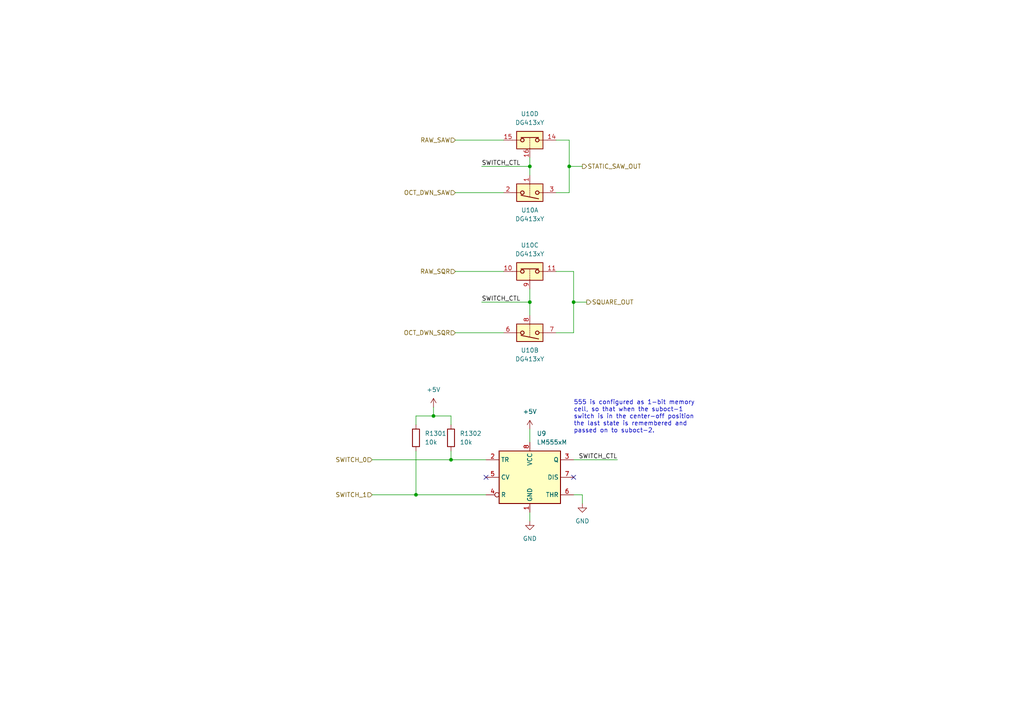
<source format=kicad_sch>
(kicad_sch (version 20211123) (generator eeschema)
  (paper "A4")
  (title_block (title "Josh Ox Ribon Synth Main VCO board") (date "2022-06-18") (rev "0") (comment 2 "creativecommons.org/licences/by/4.0") (comment 3 "license: CC by 4.0") (comment 4 "Author: Jordan Acete"))
  (lib_symbols
    (symbol "Analog_Switch:DG413xY" (pin_names (offset 0.254))
      (property "Reference" "U" (at -3.175 5.334 0))
      (property "Value" "DG413xY" (at -3.175 3.556 0))
      (symbol "DG413xY_1_1"
        (rectangle (start -3.81 2.54) (end 3.81 -2.54) (stroke (width 0.254)) (fill (type background)))
        (circle (center -2.159 0) (radius 0.508) (stroke (width 0.254)))
        (polyline (pts (xy -5.08 0) (xy -2.794 0)))
        (polyline (pts (xy -2.54 0.762) (xy 2.54 1.778)) (stroke (width 0.254)))
        (polyline (pts (xy 0 -2.54) (xy 0 -2.032)))
        (polyline (pts (xy 0 -1.778) (xy 0 -1.524)))
        (polyline (pts (xy 0 -1.27) (xy 0 -1.016)))
        (polyline (pts (xy 0 -0.762) (xy 0 -0.508)))
        (polyline (pts (xy 0 -0.254) (xy 0 0)))
        (polyline (pts (xy 0 0.254) (xy 0 0.508)))
        (polyline (pts (xy 0 0.762) (xy 0 1.016)))
        (polyline (pts (xy 5.08 0) (xy 2.794 0)))
        (circle (center 2.159 0) (radius 0.508) (stroke (width 0.254)))
        (pin input line (at 0 -5.08 90) (length 2.54) (name "~") (number "1"))
        (pin passive line (at -7.62 0 0) (length 2.54) (name "~") (number "2"))
        (pin passive line (at 7.62 0 180) (length 2.54) (name "~") (number "3"))
      )
      (symbol "DG413xY_2_1"
        (rectangle (start -3.81 2.54) (end 3.81 -2.54) (stroke (width 0.254)) (fill (type background)))
        (circle (center -2.159 0) (radius 0.508) (stroke (width 0.254)))
        (polyline (pts (xy -5.08 0) (xy -2.794 0)))
        (polyline (pts (xy -2.54 0.762) (xy 2.54 1.778)) (stroke (width 0.254)))
        (polyline (pts (xy 0 -2.54) (xy 0 -2.032)))
        (polyline (pts (xy 0 -1.778) (xy 0 -1.524)))
        (polyline (pts (xy 0 -1.27) (xy 0 -1.016)))
        (polyline (pts (xy 0 -0.762) (xy 0 -0.508)))
        (polyline (pts (xy 0 -0.254) (xy 0 0)))
        (polyline (pts (xy 0 0.254) (xy 0 0.508)))
        (polyline (pts (xy 0 0.762) (xy 0 1.016)))
        (polyline (pts (xy 5.08 0) (xy 2.794 0)))
        (circle (center 2.159 0) (radius 0.508) (stroke (width 0.254)))
        (pin passive line (at -7.62 0 0) (length 2.54) (name "~") (number "6"))
        (pin passive line (at 7.62 0 180) (length 2.54) (name "~") (number "7"))
        (pin input line (at 0 -5.08 90) (length 2.54) (name "~") (number "8"))
      )
      (symbol "DG413xY_3_1"
        (rectangle (start -3.81 2.54) (end 3.81 -2.54) (stroke (width 0.254)) (fill (type background)))
        (circle (center -2.159 0) (radius 0.508) (stroke (width 0.254)))
        (polyline (pts (xy -5.08 0) (xy -2.794 0)))
        (polyline (pts (xy -2.54 0.762) (xy 2.54 0.762)) (stroke (width 0.254)))
        (polyline (pts (xy 0 -2.54) (xy 0 -2.032)))
        (polyline (pts (xy 0 -1.778) (xy 0 -1.524)))
        (polyline (pts (xy 0 -1.27) (xy 0 -1.016)))
        (polyline (pts (xy 0 -0.762) (xy 0 -0.508)))
        (polyline (pts (xy 0 -0.254) (xy 0 0)))
        (polyline (pts (xy 0 0.254) (xy 0 0.508)))
        (polyline (pts (xy 5.08 0) (xy 2.794 0)))
        (circle (center 2.159 0) (radius 0.508) (stroke (width 0.254)))
        (pin passive line (at -7.62 0 0) (length 2.54) (name "~") (number "10"))
        (pin passive line (at 7.62 0 180) (length 2.54) (name "~") (number "11"))
        (pin input line (at 0 -5.08 90) (length 2.54) (name "~") (number "9"))
      )
      (symbol "DG413xY_4_1"
        (rectangle (start -3.81 2.54) (end 3.81 -2.54) (stroke (width 0.254)) (fill (type background)))
        (circle (center -2.159 0) (radius 0.508) (stroke (width 0.254)))
        (polyline (pts (xy -5.08 0) (xy -2.794 0)))
        (polyline (pts (xy -2.54 0.762) (xy 2.54 0.762)) (stroke (width 0.254)))
        (polyline (pts (xy 0 -2.54) (xy 0 -2.032)))
        (polyline (pts (xy 0 -1.778) (xy 0 -1.524)))
        (polyline (pts (xy 0 -1.27) (xy 0 -1.016)))
        (polyline (pts (xy 0 -0.762) (xy 0 -0.508)))
        (polyline (pts (xy 0 -0.254) (xy 0 0)))
        (polyline (pts (xy 0 0.254) (xy 0 0.508)))
        (polyline (pts (xy 5.08 0) (xy 2.794 0)))
        (circle (center 2.159 0) (radius 0.508) (stroke (width 0.254)))
        (pin passive line (at 7.62 0 180) (length 2.54) (name "~") (number "14"))
        (pin passive line (at -7.62 0 0) (length 2.54) (name "~") (number "15"))
        (pin input line (at 0 -5.08 90) (length 2.54) (name "~") (number "16"))
      )
      (symbol "DG413xY_5_0"
        (pin power_in line (at 2.54 12.7 270) (length 2.54) (name "VL") (number "12"))
        (pin power_in line (at 0 12.7 270) (length 2.54) (name "V+") (number "13"))
        (pin power_in line (at 2.54 -12.7 90) (length 2.54) (name "V-") (number "4"))
        (pin power_in line (at 0 -12.7 90) (length 2.54) (name "GND") (number "5"))
      )
      (symbol "DG413xY_5_1"
        (rectangle (start -3.81 10.16) (end 6.35 -10.16) (stroke (width 0.254)) (fill (type background)))
      )
    )
    (symbol "Device:R" (pin_numbers hide) (pin_names (offset 0))
      (property "Reference" "R" (at 2.032 0 90))
      (property "Value" "R" (at 0 0 90))
      (symbol "R_0_1"
        (rectangle (start -1.016 -2.54) (end 1.016 2.54) (stroke (width 0.254)))
      )
      (symbol "R_1_1"
        (pin passive line (at 0 3.81 270) (length 1.27) (name "~") (number "1"))
        (pin passive line (at 0 -3.81 90) (length 1.27) (name "~") (number "2"))
      )
    )
    (symbol "Timer:LM555xM"
      (property "Reference" "U" (at -10.16 8.89 0))
      (property "Value" "LM555xM" (at 2.54 8.89 0))
      (symbol "LM555xM_0_0"
        (pin power_in line (at 0 -10.16 90) (length 2.54) (name "GND") (number "1"))
        (pin power_in line (at 0 10.16 270) (length 2.54) (name "VCC") (number "8"))
      )
      (symbol "LM555xM_0_1"
        (rectangle (start -8.89 -7.62) (end 8.89 7.62) (stroke (width 0.254)) (fill (type background)))
        (rectangle (start -8.89 -7.62) (end 8.89 7.62) (stroke (width 0.254)) (fill (type background)))
      )
      (symbol "LM555xM_1_1"
        (pin input line (at -12.7 5.08 0) (length 3.81) (name "TR") (number "2"))
        (pin output line (at 12.7 5.08 180) (length 3.81) (name "Q") (number "3"))
        (pin input inverted (at -12.7 -5.08 0) (length 3.81) (name "R") (number "4"))
        (pin input line (at -12.7 0 0) (length 3.81) (name "CV") (number "5"))
        (pin input line (at 12.7 -5.08 180) (length 3.81) (name "THR") (number "6"))
        (pin input line (at 12.7 0 180) (length 3.81) (name "DIS") (number "7"))
      )
    )
    (symbol "power:+5V" (power) (pin_names (offset 0))
      (property "Value" "+5V" (at 0 3.556 0))
      (symbol "+5V_0_1"
        (polyline (pts (xy -0.762 1.27) (xy 0 2.54)))
        (polyline (pts (xy 0 0) (xy 0 2.54)))
        (polyline (pts (xy 0 2.54) (xy 0.762 1.27)))
      )
      (symbol "+5V_1_1"
        (pin power_in line (at 0 0 90) (length 0) hide (name "+5V") (number "1"))
      )
    )
    (symbol "power:GND" (power) (pin_names (offset 0))
      (property "Value" "GND" (at 0 -3.81 0))
      (symbol "GND_0_1"
        (polyline (pts (xy 0 0) (xy 0 -1.27) (xy 1.27 -1.27) (xy 0 -2.54) (xy -1.27 -1.27) (xy 0 -1.27)))
      )
      (symbol "GND_1_1"
        (pin power_in line (at 0 0 270) (length 0) hide (name "GND") (number "1"))
      )
    )
  )
  (junction (at 125.73 120.65))
  (junction (at 166.37 87.63))
  (junction (at 130.81 133.35))
  (junction (at 153.67 48.26))
  (junction (at 165.1 48.26))
  (junction (at 120.65 143.51))
  (junction (at 153.67 87.63))
  (no_connect (at 166.37 138.43))
  (no_connect (at 140.97 138.43))
  (wire (pts (xy 139.7 87.63) (xy 153.67 87.63)))
  (wire (pts (xy 166.37 96.52) (xy 166.37 87.63)))
  (wire (pts (xy 140.97 143.51) (xy 120.65 143.51)))
  (wire (pts (xy 168.91 48.26) (xy 165.1 48.26)))
  (wire (pts (xy 132.08 40.64) (xy 146.05 40.64)))
  (wire (pts (xy 153.67 124.46) (xy 153.67 128.27)))
  (wire (pts (xy 140.97 133.35) (xy 130.81 133.35)))
  (wire (pts (xy 130.81 120.65) (xy 125.73 120.65)))
  (wire (pts (xy 161.29 55.88) (xy 165.1 55.88)))
  (wire (pts (xy 132.08 78.74) (xy 146.05 78.74)))
  (wire (pts (xy 130.81 133.35) (xy 130.81 130.81)))
  (wire (pts (xy 107.95 143.51) (xy 120.65 143.51)))
  (wire (pts (xy 168.91 143.51) (xy 168.91 146.05)))
  (wire (pts (xy 153.67 83.82) (xy 153.67 87.63)))
  (wire (pts (xy 153.67 45.72) (xy 153.67 48.26)))
  (wire (pts (xy 165.1 40.64) (xy 161.29 40.64)))
  (wire (pts (xy 132.08 55.88) (xy 146.05 55.88)))
  (wire (pts (xy 139.7 48.26) (xy 153.67 48.26)))
  (wire (pts (xy 130.81 123.19) (xy 130.81 120.65)))
  (wire (pts (xy 153.67 48.26) (xy 153.67 50.8)))
  (wire (pts (xy 107.95 133.35) (xy 130.81 133.35)))
  (wire (pts (xy 165.1 48.26) (xy 165.1 40.64)))
  (wire (pts (xy 165.1 55.88) (xy 165.1 48.26)))
  (wire (pts (xy 166.37 87.63) (xy 166.37 78.74)))
  (wire (pts (xy 125.73 118.11) (xy 125.73 120.65)))
  (wire (pts (xy 120.65 120.65) (xy 120.65 123.19)))
  (wire (pts (xy 153.67 87.63) (xy 153.67 91.44)))
  (wire (pts (xy 166.37 87.63) (xy 170.18 87.63)))
  (wire (pts (xy 166.37 133.35) (xy 179.07 133.35)))
  (wire (pts (xy 125.73 120.65) (xy 120.65 120.65)))
  (wire (pts (xy 120.65 143.51) (xy 120.65 130.81)))
  (wire (pts (xy 153.67 148.59) (xy 153.67 151.13)))
  (wire (pts (xy 166.37 143.51) (xy 168.91 143.51)))
  (wire (pts (xy 166.37 78.74) (xy 161.29 78.74)))
  (wire (pts (xy 161.29 96.52) (xy 166.37 96.52)))
  (wire (pts (xy 146.05 96.52) (xy 132.08 96.52)))
  (text "555 is configured as 1-bit memory \ncell, so that when the suboct-1 \nswitch is in the center-off position\nthe last state is remembered and \npassed on to suboct-2." (at 166.37 125.73 0) (effects (font (size 1.27 1.27)) (justify left bottom)))
  (label "SWITCH_CTL" (at 139.7 87.63 0))
  (label "SWITCH_CTL" (at 139.7 48.26 0))
  (label "SWITCH_CTL" (at 179.07 133.35 180))
  (hierarchical_label "OCT_DWN_SQR" (shape input) (at 132.08 96.52 180))
  (hierarchical_label "STATIC_SAW_OUT" (shape output) (at 168.91 48.26 0))
  (hierarchical_label "SWITCH_1" (shape input) (at 107.95 143.51 180))
  (hierarchical_label "SWITCH_0" (shape input) (at 107.95 133.35 180))
  (hierarchical_label "RAW_SQR" (shape input) (at 132.08 78.74 180))
  (hierarchical_label "OCT_DWN_SAW" (shape input) (at 132.08 55.88 180))
  (hierarchical_label "RAW_SAW" (shape input) (at 132.08 40.64 180))
  (hierarchical_label "SQUARE_OUT" (shape output) (at 170.18 87.63 0))
  (symbol (lib_id "power:+5V") (at 153.67 124.46 0) (unit 1)
    (property "Reference" "#PWR01302" (effects hide))
    (property "Value" "+5V" (at 153.67 119.38 0))
  )
  (symbol (lib_id "Analog_Switch:DG413xY") (at 153.67 96.52 0) (mirror x) (unit 2)
    (property "Reference" "U10" (at 153.67 101.6 0))
    (property "Value" "DG413xY" (at 153.67 104.14 0))
    (property "Footprint" "Package_SO:SOIC-16_3.9x9.9mm_P1.27mm" (effects hide))
    (property "Datasheet" "https://datasheets.maximintegrated.com/en/ds/DG411-DG413.pdf" (effects hide))
  )
  (symbol (lib_id "Analog_Switch:DG413xY") (at 153.67 40.64 0) (unit 4)
    (property "Reference" "U10" (at 153.67 33.02 0))
    (property "Value" "DG413xY" (at 153.67 35.56 0))
    (property "Footprint" "Package_SO:SOIC-16_3.9x9.9mm_P1.27mm" (effects hide))
    (property "Datasheet" "https://datasheets.maximintegrated.com/en/ds/DG411-DG413.pdf" (effects hide))
  )
  (symbol (lib_id "Analog_Switch:DG413xY") (at 153.67 55.88 0) (mirror x) (unit 1)
    (property "Reference" "U10" (at 153.67 60.96 0))
    (property "Value" "DG413xY" (at 153.67 63.5 0))
    (property "Footprint" "Package_SO:SOIC-16_3.9x9.9mm_P1.27mm" (effects hide))
    (property "Datasheet" "https://datasheets.maximintegrated.com/en/ds/DG411-DG413.pdf" (effects hide))
  )
  (symbol (lib_id "power:+5V") (at 125.73 118.11 0) (unit 1)
    (property "Reference" "#PWR01301" (effects hide))
    (property "Value" "+5V" (at 125.73 113.03 0))
  )
  (symbol (lib_id "Analog_Switch:DG413xY") (at 153.67 78.74 0) (unit 3)
    (property "Reference" "U10" (at 153.67 71.12 0))
    (property "Value" "DG413xY" (at 153.67 73.66 0))
    (property "Footprint" "Package_SO:SOIC-16_3.9x9.9mm_P1.27mm" (effects hide))
    (property "Datasheet" "https://datasheets.maximintegrated.com/en/ds/DG411-DG413.pdf" (effects hide))
  )
  (symbol (lib_id "power:GND") (at 168.91 146.05 0) (unit 1)
    (property "Reference" "#PWR01304" (effects hide))
    (property "Value" "GND" (at 168.91 151.13 0))
  )
  (symbol (lib_id "Timer:LM555xM") (at 153.67 138.43 0) (unit 1)
    (property "Reference" "U9" (at 155.6894 125.73 0) (effects (justify left)))
    (property "Value" "LM555xM" (at 155.6894 128.27 0) (effects (justify left)))
    (property "Footprint" "Package_SO:SOIC-8_3.9x4.9mm_P1.27mm" (effects hide))
    (property "Datasheet" "http://www.ti.com/lit/ds/symlink/lm555.pdf" (effects hide))
  )
  (symbol (lib_id "Device:R") (at 120.65 127 0) (unit 1)
    (property "Reference" "R1301" (at 123.19 125.7299 0) (effects (justify left)))
    (property "Value" "10k" (at 123.19 128.2699 0) (effects (justify left)))
    (property "Footprint" "Resistor_SMD:R_0805_2012Metric" (effects hide))
  )
  (symbol (lib_id "power:GND") (at 153.67 151.13 0) (unit 1)
    (property "Reference" "#PWR01303" (effects hide))
    (property "Value" "GND" (at 153.67 156.21 0))
  )
  (symbol (lib_id "Device:R") (at 130.81 127 0) (unit 1)
    (property "Reference" "R1302" (at 133.35 125.7299 0) (effects (justify left)))
    (property "Value" "10k" (at 133.35 128.2699 0) (effects (justify left)))
    (property "Footprint" "Resistor_SMD:R_0805_2012Metric" (effects hide))
  )
)
</source>
